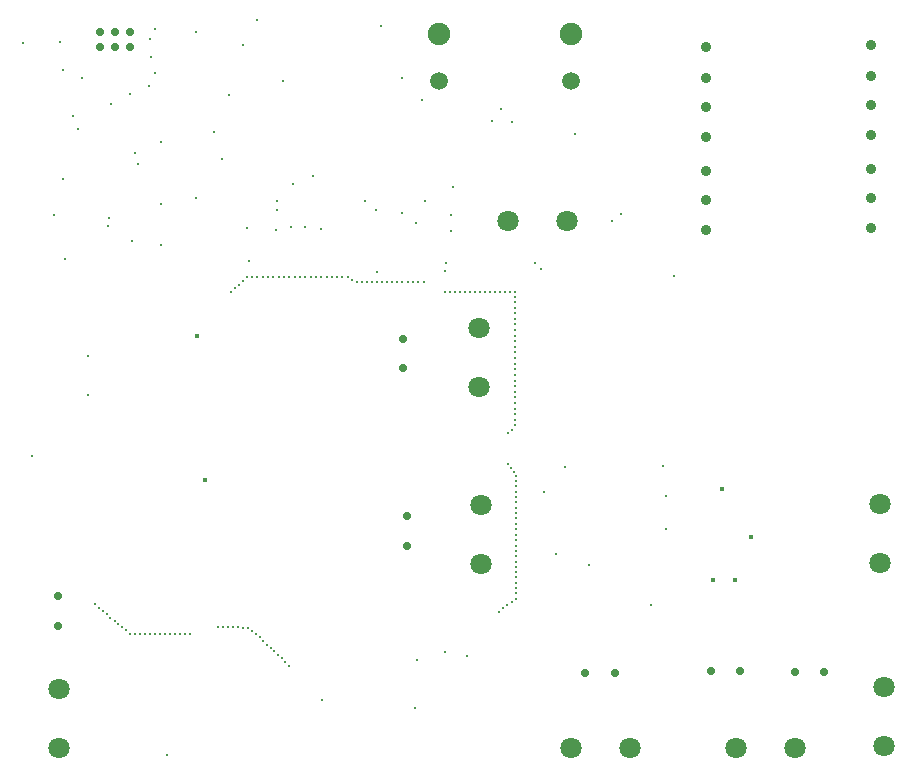
<source format=gbr>
%TF.GenerationSoftware,Altium Limited,Altium Designer,21.7.2 (23)*%
G04 Layer_Color=0*
%FSLAX45Y45*%
%MOMM*%
%TF.SameCoordinates,ACC8E456-25BC-4CB5-B469-56B585E6E94B*%
%TF.FilePolarity,Positive*%
%TF.FileFunction,Plated,1,2,PTH,Drill*%
%TF.Part,Single*%
G01*
G75*
%TA.AperFunction,ComponentDrill*%
%ADD95C,0.90000*%
%ADD96C,1.80000*%
%ADD97C,0.70000*%
%ADD98C,0.70000*%
%ADD99C,0.71000*%
%ADD100C,1.90000*%
%ADD101C,1.52000*%
%ADD102C,1.80000*%
%TA.AperFunction,ViaDrill,NotFilled*%
%ADD103C,0.25000*%
%ADD104C,0.20000*%
%ADD105C,0.40000*%
%ADD106C,0.30000*%
D95*
X7363160Y5265811D02*
D03*
Y4765811D02*
D03*
Y5019811D02*
D03*
X5965660Y5247133D02*
D03*
Y4747133D02*
D03*
Y5001133D02*
D03*
X5967660Y6037500D02*
D03*
Y5537500D02*
D03*
Y5791500D02*
D03*
Y6299500D02*
D03*
X7365160Y6055000D02*
D03*
Y5555000D02*
D03*
Y5809000D02*
D03*
Y6317000D02*
D03*
D96*
X4042500Y3920000D02*
D03*
Y3420000D02*
D03*
X488517Y365000D02*
D03*
Y865000D02*
D03*
X7477500Y880000D02*
D03*
Y380000D02*
D03*
X7442500Y2430000D02*
D03*
Y1930000D02*
D03*
X4062500Y2422500D02*
D03*
Y1922500D02*
D03*
D97*
X485000Y1400000D02*
D03*
Y1650000D02*
D03*
X3405000Y3830000D02*
D03*
Y3580000D02*
D03*
X3435000Y2325000D02*
D03*
Y2075000D02*
D03*
D98*
X6720000Y1005000D02*
D03*
X6970000D02*
D03*
X6257500Y1012500D02*
D03*
X6007500D02*
D03*
X4945000Y1002500D02*
D03*
X5195000D02*
D03*
D99*
X1092160Y6422500D02*
D03*
Y6295500D02*
D03*
X965160Y6422500D02*
D03*
Y6295500D02*
D03*
X838160Y6422500D02*
D03*
Y6295500D02*
D03*
D100*
X3703160Y6407500D02*
D03*
X4827160D02*
D03*
D101*
X3703160Y6007500D02*
D03*
X4827160D02*
D03*
D102*
X4290160Y4825000D02*
D03*
X4790160D02*
D03*
X6222500Y365000D02*
D03*
X6722500D02*
D03*
X5322500D02*
D03*
X4822500D02*
D03*
D103*
X1947500Y4222500D02*
D03*
X1980000Y4255000D02*
D03*
X2012500Y4285000D02*
D03*
X2045000Y4317500D02*
D03*
X4290000Y3030000D02*
D03*
X4322500Y3060000D02*
D03*
X4352500Y3095000D02*
D03*
Y3142500D02*
D03*
Y3190000D02*
D03*
Y3237500D02*
D03*
Y3285000D02*
D03*
Y3332500D02*
D03*
Y3380000D02*
D03*
Y3427500D02*
D03*
Y3475000D02*
D03*
Y3522500D02*
D03*
Y3570000D02*
D03*
Y3617500D02*
D03*
Y3665000D02*
D03*
Y3712500D02*
D03*
Y3760000D02*
D03*
Y3807500D02*
D03*
Y3855000D02*
D03*
Y3902500D02*
D03*
Y3950000D02*
D03*
Y3997500D02*
D03*
Y4045000D02*
D03*
Y4092500D02*
D03*
Y4137500D02*
D03*
Y4185000D02*
D03*
X4290000Y2767500D02*
D03*
X4315000Y2735000D02*
D03*
X4340000Y2702500D02*
D03*
X4215000Y1517500D02*
D03*
X4250000Y1547500D02*
D03*
X4285000Y1575000D02*
D03*
X4322500Y1600000D02*
D03*
X4360000Y1627500D02*
D03*
X4362500Y1672500D02*
D03*
Y1717500D02*
D03*
Y1762500D02*
D03*
Y1807500D02*
D03*
Y1852500D02*
D03*
Y1897500D02*
D03*
Y1942500D02*
D03*
Y1987500D02*
D03*
Y2032500D02*
D03*
Y2077500D02*
D03*
Y2122500D02*
D03*
Y2167500D02*
D03*
Y2215000D02*
D03*
Y2262500D02*
D03*
Y2310000D02*
D03*
Y2355000D02*
D03*
Y2400000D02*
D03*
Y2445000D02*
D03*
Y2490000D02*
D03*
Y2535000D02*
D03*
Y2580000D02*
D03*
Y2625000D02*
D03*
Y2667500D02*
D03*
X2080000Y4350000D02*
D03*
X2125000D02*
D03*
X2170000D02*
D03*
X2215000D02*
D03*
X2260000D02*
D03*
X2305000D02*
D03*
X2350000D02*
D03*
X2395000D02*
D03*
X2440000D02*
D03*
X2485000D02*
D03*
X2530000D02*
D03*
X2575000D02*
D03*
X2620000D02*
D03*
X2665000D02*
D03*
X2710000D02*
D03*
X2755000D02*
D03*
X2800000D02*
D03*
X3577500Y4307500D02*
D03*
X3532500D02*
D03*
X3487500D02*
D03*
X3442500D02*
D03*
X3397500D02*
D03*
X3352500D02*
D03*
X3310000D02*
D03*
X3265000D02*
D03*
X3222500D02*
D03*
X3180000D02*
D03*
X3137500D02*
D03*
X3095000D02*
D03*
X3052500D02*
D03*
X3010000Y4310000D02*
D03*
X2970000Y4327500D02*
D03*
X2932500Y4350000D02*
D03*
X2887500D02*
D03*
X2842500D02*
D03*
X4350000Y4227500D02*
D03*
X4307500D02*
D03*
X4265000D02*
D03*
X4222500D02*
D03*
X4180000D02*
D03*
X4137500D02*
D03*
X4095000D02*
D03*
X4052500D02*
D03*
X4010000D02*
D03*
X3967500D02*
D03*
X3925000D02*
D03*
X3882500D02*
D03*
X3840000D02*
D03*
X3797500D02*
D03*
X3755000D02*
D03*
X2385000Y6012500D02*
D03*
X2220000Y1270000D02*
D03*
X2190000Y1300000D02*
D03*
X2157500Y1327500D02*
D03*
X2125000Y1355000D02*
D03*
X2092500Y1382500D02*
D03*
X1475000Y1325000D02*
D03*
X1560000D02*
D03*
X1432500D02*
D03*
X1517500D02*
D03*
X1390000Y1327500D02*
D03*
X1347500D02*
D03*
X1305000D02*
D03*
X2437500Y1060000D02*
D03*
X2407500Y1090000D02*
D03*
X2377500Y1122500D02*
D03*
X2345000Y1152500D02*
D03*
X2312500Y1182500D02*
D03*
X2282500Y1212500D02*
D03*
X2250000Y1240000D02*
D03*
X2007500Y1385000D02*
D03*
X1965000D02*
D03*
X2050000Y1382500D02*
D03*
X3212660Y6472500D02*
D03*
X1257660Y6365000D02*
D03*
X1272660Y6217500D02*
D03*
X1837500Y1387500D02*
D03*
X1880000D02*
D03*
X1922500D02*
D03*
X4862660Y5560000D02*
D03*
X3565160Y5850000D02*
D03*
X1925160Y5895000D02*
D03*
X2047660Y6317500D02*
D03*
X495160Y6337500D02*
D03*
X187660Y6335000D02*
D03*
X685160Y6035000D02*
D03*
X1252660Y5972500D02*
D03*
X1090160Y5905000D02*
D03*
X932660Y5820000D02*
D03*
X1602500Y1325000D02*
D03*
X1262500Y1327500D02*
D03*
X1220000D02*
D03*
X1177500D02*
D03*
X1135000Y1330000D02*
D03*
X1092500D02*
D03*
X1060000Y1360000D02*
D03*
X1025000Y1387500D02*
D03*
X992500Y1415000D02*
D03*
X960000Y1442500D02*
D03*
X925000Y1467500D02*
D03*
X892500Y1495000D02*
D03*
X860000Y1522500D02*
D03*
X827500Y1552500D02*
D03*
X797500Y1582500D02*
D03*
D104*
X3943387Y1140515D02*
D03*
X5505000Y1572500D02*
D03*
X3512500Y4810000D02*
D03*
X3172500Y4915000D02*
D03*
X2337500D02*
D03*
X904698Y4787251D02*
D03*
X912500Y4855000D02*
D03*
X1350000Y4972500D02*
D03*
X3587500Y4997500D02*
D03*
X3077500D02*
D03*
X2332500Y4992500D02*
D03*
X2710273Y4757941D02*
D03*
X3182500Y4392500D02*
D03*
X3761882Y4403444D02*
D03*
X4570000Y4422500D02*
D03*
X4522979Y4474263D02*
D03*
X5697500Y4360000D02*
D03*
X3809240Y4742500D02*
D03*
X5170000Y4825000D02*
D03*
X3805456Y4876762D02*
D03*
X5245230Y4888643D02*
D03*
X2082070Y4769204D02*
D03*
X1350000Y4619040D02*
D03*
X2097500Y4487500D02*
D03*
X3767500Y4472500D02*
D03*
X3755000Y1175000D02*
D03*
X4979340Y1909080D02*
D03*
X5600000Y2753420D02*
D03*
X1110000Y4660000D02*
D03*
X2457500Y4777500D02*
D03*
X2471523Y5136605D02*
D03*
X2637500Y5205000D02*
D03*
X2573926Y4771718D02*
D03*
X3827500Y5117500D02*
D03*
X3518380Y1105133D02*
D03*
X2718720Y770000D02*
D03*
X1355000Y5497500D02*
D03*
X1872500Y5347500D02*
D03*
X1646160Y5023500D02*
D03*
X4155160Y5668500D02*
D03*
X3500000Y701280D02*
D03*
X1400000Y302500D02*
D03*
X4697500Y2002500D02*
D03*
X4600000Y2527500D02*
D03*
X4770063Y2747096D02*
D03*
X2327500Y4750000D02*
D03*
X1302500Y6077500D02*
D03*
X1647500Y6425000D02*
D03*
X5630000Y2220000D02*
D03*
X5627500Y2500000D02*
D03*
X265000Y2835000D02*
D03*
X737500Y3350000D02*
D03*
Y3685000D02*
D03*
X4235160Y5772500D02*
D03*
X4325274Y5667625D02*
D03*
X445160Y4872500D02*
D03*
X540160Y4502500D02*
D03*
D105*
X6025000Y1782500D02*
D03*
X6103135Y2556193D02*
D03*
X6348800Y2150000D02*
D03*
X6210321Y1787546D02*
D03*
X1726300Y2635000D02*
D03*
X1660000Y3850000D02*
D03*
D106*
X1157500Y5310000D02*
D03*
X525160Y5182500D02*
D03*
Y6102500D02*
D03*
X652076Y5605583D02*
D03*
X3396160Y4896500D02*
D03*
X1799101Y5580823D02*
D03*
X2165160Y6527501D02*
D03*
X1305160Y6452500D02*
D03*
X3396160Y6039500D02*
D03*
X605160Y5712500D02*
D03*
X1135160Y5402500D02*
D03*
%TF.MD5,5aa738f555074f297b54ed837552577a*%
M02*

</source>
